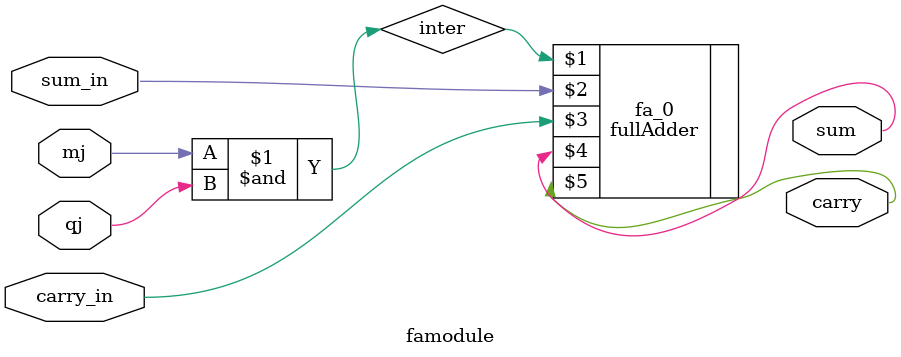
<source format=v>
`include "fullAdder.v"
module famodule(mj,qj,sum_in,carry_in,sum,carry);

input mj,qj,sum_in,carry_in;
output sum,carry;
wire inter;

assign inter=mj&qj;

fullAdder fa_0(inter,sum_in,carry_in,sum,carry);

endmodule

</source>
